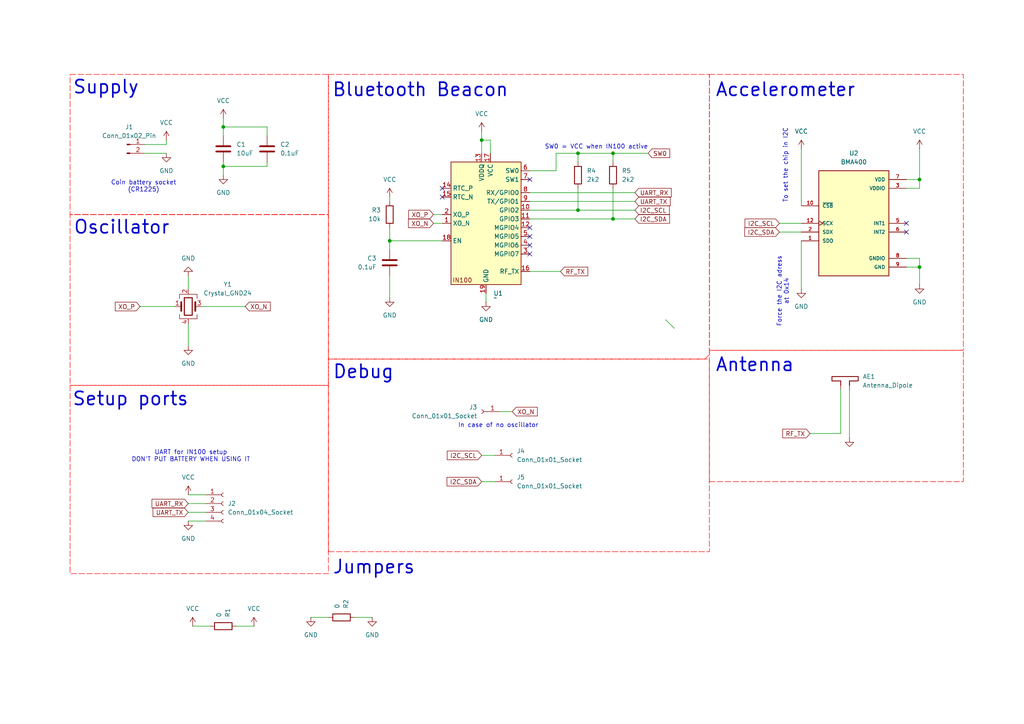
<source format=kicad_sch>
(kicad_sch (version 20250114) (generator "eeschema") (generator_version "9.0")
  (paper "A4")
  (title_block (title "Wearable IN100 with accelerometer") (date "2025-03-04") (rev "0.1.1") (company "EMSE ISMIN - FEL Department"))
  (lib_symbols
    (symbol "BMA400:BMA400" (pin_names (offset 1.016))
      (property "Reference" "U" (at -10.16 16.002 0))
      (property "Value" "BMA400" (at -10.16 -17.78 0))
      (symbol "BMA400_0_0"
        (rectangle (start -10.16 -15.24) (end 10.16 15.24) (stroke (width 0.254)) (fill (type background)))
        (pin input line (at -15.24 5.08 0) (length 5.08) (name "~{CSB}") (number "10"))
        (pin input clock (at -15.24 0 0) (length 5.08) (name "SCX") (number "12"))
        (pin bidirectional line (at -15.24 -2.54 0) (length 5.08) (name "SDX") (number "2"))
        (pin bidirectional line (at -15.24 -5.08 0) (length 5.08) (name "SDO") (number "1"))
        (pin power_in line (at 15.24 12.7 180) (length 5.08) (name "VDD") (number "7"))
        (pin power_in line (at 15.24 10.16 180) (length 5.08) (name "VDDIO") (number "3"))
        (pin bidirectional line (at 15.24 0 180) (length 5.08) (name "INT1") (number "5"))
        (pin bidirectional line (at 15.24 -2.54 180) (length 5.08) (name "INT2") (number "6"))
        (pin power_in line (at 15.24 -10.16 180) (length 5.08) (name "GNDIO") (number "8"))
        (pin power_in line (at 15.24 -12.7 180) (length 5.08) (name "GND") (number "9"))
      )
    )
    (symbol "Connector:Conn_01x01_Socket" (pin_names (offset 1.016) (hide yes))
      (property "Reference" "J" (at 0 2.54 0))
      (property "Value" "Conn_01x01_Socket" (at 0 -2.54 0))
      (symbol "Conn_01x01_Socket_1_1"
        (polyline (pts (xy -1.27 0) (xy -0.508 0)) (stroke (width 0.1524)))
        (arc (start 0 -0.508) (mid -0.5058 0) (end 0 0.508) (stroke (width 0.1524)))
        (pin passive line (at -5.08 0 0) (length 3.81) (name "Pin_1") (number "1"))
      )
    )
    (symbol "Connector:Conn_01x02_Pin" (pin_names (offset 1.016) (hide yes))
      (property "Reference" "J" (at 0 2.54 0))
      (property "Value" "Conn_01x02_Pin" (at 0 -5.08 0))
      (symbol "Conn_01x02_Pin_1_1"
        (rectangle (start 0.8636 0.127) (end 0 -0.127) (stroke (width 0.1524)) (fill (type outline)))
        (rectangle (start 0.8636 -2.413) (end 0 -2.667) (stroke (width 0.1524)) (fill (type outline)))
        (polyline (pts (xy 1.27 0) (xy 0.8636 0)) (stroke (width 0.1524)))
        (polyline (pts (xy 1.27 -2.54) (xy 0.8636 -2.54)) (stroke (width 0.1524)))
        (pin passive line (at 5.08 0 180) (length 3.81) (name "Pin_1") (number "1"))
        (pin passive line (at 5.08 -2.54 180) (length 3.81) (name "Pin_2") (number "2"))
      )
    )
    (symbol "Connector:Conn_01x04_Socket" (pin_names (offset 1.016) (hide yes))
      (property "Reference" "J" (at 0 5.08 0))
      (property "Value" "Conn_01x04_Socket" (at 0 -7.62 0))
      (symbol "Conn_01x04_Socket_1_1"
        (polyline (pts (xy -1.27 2.54) (xy -0.508 2.54)) (stroke (width 0.1524)))
        (polyline (pts (xy -1.27 0) (xy -0.508 0)) (stroke (width 0.1524)))
        (polyline (pts (xy -1.27 -2.54) (xy -0.508 -2.54)) (stroke (width 0.1524)))
        (polyline (pts (xy -1.27 -5.08) (xy -0.508 -5.08)) (stroke (width 0.1524)))
        (arc (start 0 2.032) (mid -0.5058 2.54) (end 0 3.048) (stroke (width 0.1524)))
        (arc (start 0 -0.508) (mid -0.5058 0) (end 0 0.508) (stroke (width 0.1524)))
        (arc (start 0 -3.048) (mid -0.5058 -2.54) (end 0 -2.032) (stroke (width 0.1524)))
        (arc (start 0 -5.588) (mid -0.5058 -5.08) (end 0 -4.572) (stroke (width 0.1524)))
        (pin passive line (at -5.08 2.54 0) (length 3.81) (name "Pin_1") (number "1"))
        (pin passive line (at -5.08 0 0) (length 3.81) (name "Pin_2") (number "2"))
        (pin passive line (at -5.08 -2.54 0) (length 3.81) (name "Pin_3") (number "3"))
        (pin passive line (at -5.08 -5.08 0) (length 3.81) (name "Pin_4") (number "4"))
      )
    )
    (symbol "Device:Antenna_Dipole" (pin_numbers (hide yes)) (pin_names (offset 1.016) (hide yes))
      (property "Reference" "AE" (at 1.27 1.27 0))
      (property "Value" "Antenna_Dipole" (at 1.27 0 0))
      (symbol "Antenna_Dipole_0_1"
        (polyline (pts (xy 2.54 -3.81) (xy 2.54 -2.54) (xy 5.08 -2.54) (xy 5.08 -1.27) (xy -2.54 -1.27) (xy -2.54 -2.54) (xy 0 -2.54) (xy 0 -3.81)) (stroke (width 0.254)))
      )
      (symbol "Antenna_Dipole_1_1"
        (pin input line (at 0 -5.08 90) (length 2.54) (name "~") (number "1"))
        (pin input line (at 2.54 -5.08 90) (length 2.54) (name "~") (number "2"))
      )
    )
    (symbol "Device:C" (pin_numbers (hide yes)) (pin_names (offset 0.254))
      (property "Reference" "C" (at 0.635 2.54 0))
      (property "Value" "C" (at 0.635 -2.54 0))
      (symbol "C_0_1"
        (polyline (pts (xy -2.032 0.762) (xy 2.032 0.762)) (stroke (width 0.508)))
        (polyline (pts (xy -2.032 -0.762) (xy 2.032 -0.762)) (stroke (width 0.508)))
      )
      (symbol "C_1_1"
        (pin passive line (at 0 3.81 270) (length 2.794) (name "~") (number "1"))
        (pin passive line (at 0 -3.81 90) (length 2.794) (name "~") (number "2"))
      )
    )
    (symbol "Device:Crystal_GND24" (pin_names (offset 1.016) (hide yes))
      (property "Reference" "Y" (at 3.175 5.08 0))
      (property "Value" "Crystal_GND24" (at 3.175 3.175 0))
      (symbol "Crystal_GND24_0_1"
        (polyline (pts (xy -2.54 2.286) (xy -2.54 3.556) (xy 2.54 3.556) (xy 2.54 2.286)))
        (polyline (pts (xy -2.54 0) (xy -2.032 0)))
        (polyline (pts (xy -2.54 -2.286) (xy -2.54 -3.556) (xy 2.54 -3.556) (xy 2.54 -2.286)))
        (polyline (pts (xy -2.032 -1.27) (xy -2.032 1.27)) (stroke (width 0.508)))
        (rectangle (start -1.143 2.54) (end 1.143 -2.54) (stroke (width 0.3048)))
        (polyline (pts (xy 0 3.556) (xy 0 3.81)))
        (polyline (pts (xy 0 -3.81) (xy 0 -3.556)))
        (polyline (pts (xy 2.032 0) (xy 2.54 0)))
        (polyline (pts (xy 2.032 -1.27) (xy 2.032 1.27)) (stroke (width 0.508)))
      )
      (symbol "Crystal_GND24_1_1"
        (pin passive line (at -3.81 0 0) (length 1.27) (name "1") (number "1"))
        (pin passive line (at 0 5.08 270) (length 1.27) (name "2") (number "2"))
        (pin passive line (at 0 -5.08 90) (length 1.27) (name "4") (number "4"))
        (pin passive line (at 3.81 0 180) (length 1.27) (name "3") (number "3"))
      )
    )
    (symbol "Device:R" (pin_numbers (hide yes)) (pin_names (offset 0))
      (property "Reference" "R" (at 2.032 0 90))
      (property "Value" "R" (at 0 0 90))
      (symbol "R_0_1"
        (rectangle (start -1.016 -2.54) (end 1.016 2.54) (stroke (width 0.254)))
      )
      (symbol "R_1_1"
        (pin passive line (at 0 3.81 270) (length 1.27) (name "~") (number "1"))
        (pin passive line (at 0 -3.81 90) (length 1.27) (name "~") (number "2"))
      )
    )
    (symbol "IN100_homemade:IN100_homemade"
      (property "Reference" "U" (at 0 0 0))
      (symbol "IN100_homemade_0_1"
        (rectangle (start -10.16 -1.27) (end 10.16 -36.83))
      )
      (symbol "IN100_homemade_1_1"
        (rectangle (start -10.16 -1.27) (end 10.16 -36.83) (fill (type background)))
        (text "IN100" (at -6.858 -35.56 0) (effects (font (size 1.27 1.27))))
        (pin input line (at -12.7 -8.89 0) (length 2.54) (name "RTC_P") (number "14"))
        (pin input line (at -12.7 -11.43 0) (length 2.54) (name "RTC_N") (number "15"))
        (pin input line (at -12.7 -16.51 0) (length 2.54) (name "XO_P") (number "2"))
        (pin input line (at -12.7 -19.05 0) (length 2.54) (name "XO_N") (number "1"))
        (pin input line (at -12.7 -24.13 0) (length 2.54) (name "EN") (number "18"))
        (pin input line (at -1.27 1.27 270) (length 2.54) (name "VDDQ") (number "13"))
        (pin input line (at 0 -39.37 90) (length 2.54) (name "GND") (number "19"))
        (pin input line (at 1.27 1.27 270) (length 2.54) (name "VCC") (number "17"))
        (pin output line (at 12.7 -3.81 180) (length 2.54) (name "SW0") (number "6"))
        (pin output line (at 12.7 -6.35 180) (length 2.54) (name "SW1") (number "7"))
        (pin bidirectional line (at 12.7 -10.16 180) (length 2.54) (name "RX/GPIO0") (number "8"))
        (pin bidirectional line (at 12.7 -12.7 180) (length 2.54) (name "TX/GPIO1") (number "9"))
        (pin bidirectional line (at 12.7 -15.24 180) (length 2.54) (name "GPIO2") (number "10"))
        (pin bidirectional line (at 12.7 -17.78 180) (length 2.54) (name "GPIO3") (number "11"))
        (pin bidirectional line (at 12.7 -20.32 180) (length 2.54) (name "MGPIO4") (number "12"))
        (pin bidirectional line (at 12.7 -22.86 180) (length 2.54) (name "MGPIO5") (number "5"))
        (pin bidirectional line (at 12.7 -25.4 180) (length 2.54) (name "MGPIO6") (number "4"))
        (pin bidirectional line (at 12.7 -27.94 180) (length 2.54) (name "MGPIO7") (number "3"))
        (pin output line (at 12.7 -33.02 180) (length 2.54) (name "RF_TX") (number "16"))
      )
    )
    (symbol "power:GND" (power) (pin_numbers (hide yes)) (pin_names (offset 0) (hide yes))
      (property "Value" "GND" (at 0 -3.81 0))
      (symbol "GND_0_1"
        (polyline (pts (xy 0 0) (xy 0 -1.27) (xy 1.27 -1.27) (xy 0 -2.54) (xy -1.27 -1.27) (xy 0 -1.27)))
      )
      (symbol "GND_1_1"
        (pin power_in line (at 0 0 270) (length 0) (name "~") (number "1"))
      )
    )
    (symbol "power:VCC" (power) (pin_numbers (hide yes)) (pin_names (offset 0) (hide yes))
      (property "Value" "VCC" (at 0 3.556 0))
      (symbol "VCC_0_1"
        (polyline (pts (xy -0.762 1.27) (xy 0 2.54)))
        (polyline (pts (xy 0 2.54) (xy 0.762 1.27)))
        (polyline (pts (xy 0 0) (xy 0 2.54)))
      )
      (symbol "VCC_1_1"
        (pin power_in line (at 0 0 90) (length 0) (name "~") (number "1"))
      )
    )
  )
  (text "Accelerometer\n" (at 227.838 26.162 0) (effects (font (size 3.81 3.81) (thickness 0.4763))))
  (text "In case of no oscillator" (at 144.526 123.444 0) (effects (font (size 1.27 1.27))))
  (text "Debug" (at 105.41 107.95 0) (effects (font (size 3.81 3.81) (thickness 0.4763))))
  (text "Antenna" (at 218.948 105.918 0) (effects (font (size 3.81 3.81) (thickness 0.4763))))
  (text "Supply" (at 30.734 25.4 0) (effects (font (size 3.81 3.81) (thickness 0.4763))))
  (text "Coin battery socket\n(CR1225)\n\n" (at 41.656 55.118 0) (effects (font (size 1.27 1.27))))
  (text "UART for IN100 setup\nDON'T PUT BATTERY WHEN USING IT\n\n" (at 55.372 133.35 0) (effects (font (size 1.27 1.27))))
  (text "Setup ports" (at 37.846 115.824 0) (effects (font (size 3.81 3.81) (thickness 0.4763))))
  (text "Oscillator" (at 35.306 66.04 0) (effects (font (size 3.81 3.81) (thickness 0.4763))))
  (text "Jumpers" (at 108.458 164.592 0) (effects (font (size 3.81 3.81) (thickness 0.4763))))
  (text "To set the chip in I2C\n" (at 227.838 48.006 90) (effects (font (size 1.27 1.27))))
  (text "Bluetooth Beacon\n" (at 121.92 26.162 0) (effects (font (size 3.81 3.81) (thickness 0.4763))))
  (text "SW0 = VCC when IN100 active\n" (at 172.974 42.672 0) (effects (font (size 1.27 1.27))))
  (text "Force the I2C adress\nat 0x14" (at 227.076 84.582 90) (effects (font (size 1.27 1.27))))
  (junction (at 177.8 44.45))
  (junction (at 64.77 36.83))
  (junction (at 167.64 44.45))
  (junction (at 64.77 48.26))
  (junction (at 266.7 77.47))
  (junction (at 139.7 40.64))
  (junction (at 266.7 52.07))
  (junction (at 113.03 69.85))
  (junction (at 177.8 63.5))
  (junction (at 167.64 60.96))
  (no_connect (at 153.67 66.04))
  (no_connect (at 128.27 57.15))
  (no_connect (at 153.67 52.07))
  (no_connect (at 153.67 68.58))
  (no_connect (at 262.89 67.31))
  (no_connect (at 153.67 73.66))
  (no_connect (at 262.89 64.77))
  (no_connect (at 153.67 71.12))
  (no_connect (at 128.27 54.61))
  (bus_entry (at 193.04 92.71) (size 2.54 2.54))
  (wire (pts (xy 90.17 179.07) (xy 95.25 179.07)))
  (wire (pts (xy 64.77 48.26) (xy 77.47 48.26)))
  (wire (pts (xy 266.7 77.47) (xy 262.89 77.47)))
  (wire (pts (xy 41.91 44.45) (xy 48.26 44.45)))
  (wire (pts (xy 266.7 52.07) (xy 262.89 52.07)))
  (wire (pts (xy 167.64 44.45) (xy 167.64 46.99)))
  (wire (pts (xy 177.8 44.45) (xy 177.8 46.99)))
  (wire (pts (xy 266.7 82.55) (xy 266.7 77.47)))
  (wire (pts (xy 246.38 113.03) (xy 246.38 127)))
  (wire (pts (xy 58.42 88.9) (xy 71.12 88.9)))
  (wire (pts (xy 113.03 69.85) (xy 128.27 69.85)))
  (wire (pts (xy 161.29 44.45) (xy 167.64 44.45)))
  (wire (pts (xy 177.8 63.5) (xy 184.15 63.5)))
  (wire (pts (xy 48.26 41.91) (xy 41.91 41.91)))
  (wire (pts (xy 161.29 44.45) (xy 161.29 49.53)))
  (wire (pts (xy 54.61 93.98) (xy 54.61 100.33)))
  (wire (pts (xy 68.58 181.61) (xy 73.66 181.61)))
  (wire (pts (xy 139.7 40.64) (xy 139.7 44.45)))
  (wire (pts (xy 232.41 43.18) (xy 232.41 59.69)))
  (wire (pts (xy 139.7 139.7) (xy 143.51 139.7)))
  (wire (pts (xy 148.59 119.38) (xy 144.78 119.38)))
  (wire (pts (xy 139.7 132.08) (xy 143.51 132.08)))
  (wire (pts (xy 226.06 67.31) (xy 232.41 67.31)))
  (wire (pts (xy 64.77 36.83) (xy 64.77 39.37)))
  (wire (pts (xy 77.47 36.83) (xy 77.47 39.37)))
  (wire (pts (xy 262.89 54.61) (xy 266.7 54.61)))
  (wire (pts (xy 113.03 57.15) (xy 113.03 58.42)))
  (wire (pts (xy 54.61 151.13) (xy 59.69 151.13)))
  (wire (pts (xy 167.64 54.61) (xy 167.64 60.96)))
  (wire (pts (xy 153.67 63.5) (xy 177.8 63.5)))
  (wire (pts (xy 167.64 60.96) (xy 184.15 60.96)))
  (wire (pts (xy 64.77 36.83) (xy 77.47 36.83)))
  (wire (pts (xy 140.97 85.09) (xy 140.97 87.63)))
  (wire (pts (xy 161.29 49.53) (xy 153.67 49.53)))
  (wire (pts (xy 177.8 54.61) (xy 177.8 63.5)))
  (wire (pts (xy 153.67 55.88) (xy 184.15 55.88)))
  (wire (pts (xy 139.7 40.64) (xy 142.24 40.64)))
  (wire (pts (xy 113.03 80.01) (xy 113.03 86.36)))
  (wire (pts (xy 113.03 69.85) (xy 113.03 72.39)))
  (wire (pts (xy 125.73 64.77) (xy 128.27 64.77)))
  (wire (pts (xy 77.47 48.26) (xy 77.47 46.99)))
  (wire (pts (xy 226.06 64.77) (xy 232.41 64.77)))
  (wire (pts (xy 55.88 181.61) (xy 60.96 181.61)))
  (wire (pts (xy 262.89 74.93) (xy 266.7 74.93)))
  (wire (pts (xy 142.24 40.64) (xy 142.24 44.45)))
  (wire (pts (xy 153.67 78.74) (xy 162.56 78.74)))
  (wire (pts (xy 64.77 34.29) (xy 64.77 36.83)))
  (wire (pts (xy 125.73 62.23) (xy 128.27 62.23)))
  (wire (pts (xy 153.67 60.96) (xy 167.64 60.96)))
  (wire (pts (xy 54.61 143.51) (xy 59.69 143.51)))
  (wire (pts (xy 139.7 38.1) (xy 139.7 40.64)))
  (wire (pts (xy 177.8 44.45) (xy 187.96 44.45)))
  (wire (pts (xy 54.61 146.05) (xy 59.69 146.05)))
  (wire (pts (xy 232.41 69.85) (xy 232.41 83.82)))
  (wire (pts (xy 266.7 43.18) (xy 266.7 52.07)))
  (wire (pts (xy 266.7 77.47) (xy 266.7 74.93)))
  (wire (pts (xy 266.7 54.61) (xy 266.7 52.07)))
  (wire (pts (xy 243.84 113.03) (xy 243.84 125.73)))
  (wire (pts (xy 234.95 125.73) (xy 243.84 125.73)))
  (wire (pts (xy 64.77 46.99) (xy 64.77 48.26)))
  (wire (pts (xy 54.61 148.59) (xy 59.69 148.59)))
  (wire (pts (xy 153.67 58.42) (xy 184.15 58.42)))
  (wire (pts (xy 54.61 80.01) (xy 54.61 83.82)))
  (wire (pts (xy 113.03 66.04) (xy 113.03 69.85)))
  (wire (pts (xy 64.77 48.26) (xy 64.77 50.8)))
  (wire (pts (xy 167.64 44.45) (xy 177.8 44.45)))
  (wire (pts (xy 48.26 40.64) (xy 48.26 41.91)))
  (wire (pts (xy 40.64 88.9) (xy 50.8 88.9)))
  (wire (pts (xy 102.87 179.07) (xy 107.95 179.07)))
  (global_label "I2C_SDA" (shape input) (at 184.15 63.5 0) (property "Intersheetrefs" "${INTERSHEET_REFS}" (effects (hide yes))))
  (global_label "XO_P" (shape input) (at 125.73 62.23 180) (property "Intersheetrefs" "${INTERSHEET_REFS}" (effects (hide yes))))
  (global_label "RF_TX" (shape input) (at 234.95 125.73 180) (property "Intersheetrefs" "${INTERSHEET_REFS}" (effects (hide yes))))
  (global_label "XO_P" (shape input) (at 40.64 88.9 180) (property "Intersheetrefs" "${INTERSHEET_REFS}" (effects (hide yes))))
  (global_label "I2C_SDA" (shape input) (at 139.7 139.7 180) (property "Intersheetrefs" "${INTERSHEET_REFS}" (effects (hide yes))))
  (global_label "XO_N" (shape input) (at 125.73 64.77 180) (property "Intersheetrefs" "${INTERSHEET_REFS}" (effects (hide yes))))
  (global_label "UART_RX" (shape input) (at 184.15 55.88 0) (property "Intersheetrefs" "${INTERSHEET_REFS}" (effects (hide yes))))
  (global_label "SW0" (shape input) (at 187.96 44.45 0) (property "Intersheetrefs" "${INTERSHEET_REFS}" (effects (hide yes))))
  (global_label "UART_TX" (shape input) (at 54.61 148.59 180) (property "Intersheetrefs" "${INTERSHEET_REFS}" (effects (hide yes))))
  (global_label "XO_N" (shape input) (at 71.12 88.9 0) (property "Intersheetrefs" "${INTERSHEET_REFS}" (effects (hide yes))))
  (global_label "XO_N" (shape input) (at 148.59 119.38 0) (property "Intersheetrefs" "${INTERSHEET_REFS}" (effects (hide yes))))
  (global_label "RF_TX" (shape input) (at 162.56 78.74 0) (property "Intersheetrefs" "${INTERSHEET_REFS}" (effects (hide yes))))
  (global_label "I2C_SDA" (shape input) (at 226.06 67.31 180) (property "Intersheetrefs" "${INTERSHEET_REFS}" (effects (hide yes))))
  (global_label "UART_TX" (shape input) (at 184.15 58.42 0) (property "Intersheetrefs" "${INTERSHEET_REFS}" (effects (hide yes))))
  (global_label "I2C_SCL" (shape input) (at 139.7 132.08 180) (property "Intersheetrefs" "${INTERSHEET_REFS}" (effects (hide yes))))
  (global_label "I2C_SCL" (shape input) (at 226.06 64.77 180) (property "Intersheetrefs" "${INTERSHEET_REFS}" (effects (hide yes))))
  (global_label "I2C_SCL" (shape input) (at 184.15 60.96 0) (property "Intersheetrefs" "${INTERSHEET_REFS}" (effects (hide yes))))
  (global_label "UART_RX" (shape input) (at 54.61 146.05 180) (property "Intersheetrefs" "${INTERSHEET_REFS}" (effects (hide yes))))
  (rule_area (polyline (pts (xy 20.32 21.59) (xy 95.25 21.59) (xy 95.25 62.23) (xy 20.32 62.23)) (stroke (width 0) (type dash))))
  (rule_area (polyline (pts (xy 95.25 21.59) (xy 205.74 21.59) (xy 205.74 102.87) (xy 204.47 104.14) (xy 95.25 104.14)) (stroke (width 0) (type dash))))
  (rule_area (polyline (pts (xy 95.25 160.02) (xy 205.74 160.02) (xy 205.74 104.14) (xy 95.25 104.14)) (stroke (width 0) (type dash))))
  (rule_area (polyline (pts (xy 205.74 21.59) (xy 279.4 21.59) (xy 279.4 101.6) (xy 205.74 101.6)) (stroke (width 0) (type dash))))
  (rule_area (polyline (pts (xy 205.74 139.7) (xy 279.4 139.7) (xy 279.4 101.6) (xy 205.74 101.6)) (stroke (width 0) (type dash))))
  (rule_area (polyline (pts (xy 95.25 111.76) (xy 20.32 111.76) (xy 20.32 62.23) (xy 95.25 62.23)) (stroke (width 0) (type dash))))
  (rule_area (polyline (pts (xy 20.32 111.76) (xy 20.32 166.37) (xy 95.25 166.37) (xy 95.25 111.76)) (stroke (width 0) (type dash))))
  (symbol (lib_id "power:GND") (at 64.77 50.8 0) (unit 1)
    (property "Reference" "#PWR09" (effects (hide yes)))
    (property "Value" "GND" (at 64.77 55.88 0))
    (property "Description" "Power symbol creates a global label with name \"GND\" , ground" (effects (hide yes)))
  )
  (symbol (lib_id "power:GND") (at 113.03 86.36 0) (unit 1)
    (property "Reference" "#PWR014" (effects (hide yes)))
    (property "Value" "GND" (at 113.03 91.44 0))
    (property "Description" "Power symbol creates a global label with name \"GND\" , ground" (effects (hide yes)))
  )
  (symbol (lib_id "power:GND") (at 54.61 80.01 180) (unit 1)
    (property "Reference" "#PWR03" (effects (hide yes)))
    (property "Value" "GND" (at 54.61 74.93 0))
    (property "Description" "Power symbol creates a global label with name \"GND\" , ground" (effects (hide yes)))
  )
  (symbol (lib_id "Device:C") (at 77.47 43.18 0) (unit 1)
    (property "Reference" "C2" (at 81.28 41.9099 0) (effects (justify left)))
    (property "Value" "0.1uF" (at 81.28 44.4499 0) (effects (justify left)))
    (property "Footprint" "Capacitor_SMD:C_1206_3216Metric_Pad1.33x1.80mm_HandSolder" (effects (hide yes)))
    (property "Description" "Unpolarized capacitor" (effects (hide yes)))
  )
  (symbol (lib_id "Device:R") (at 64.77 181.61 270) (mirror x) (unit 1)
    (property "Reference" "R1" (at 66.0401 179.07 0) (effects (justify left)))
    (property "Value" "0" (at 63.5001 179.07 0) (effects (justify left)))
    (property "Footprint" "Resistor_SMD:R_1206_3216Metric" (effects (hide yes)))
    (property "Description" "Resistor" (effects (hide yes)))
  )
  (symbol (lib_id "Device:R") (at 99.06 179.07 270) (mirror x) (unit 1)
    (property "Reference" "R2" (at 100.3301 176.53 0) (effects (justify left)))
    (property "Value" "0" (at 97.7901 176.53 0) (effects (justify left)))
    (property "Footprint" "Resistor_SMD:R_1206_3216Metric" (effects (hide yes)))
    (property "Description" "Resistor" (effects (hide yes)))
  )
  (symbol (lib_id "Device:R") (at 177.8 50.8 0) (unit 1)
    (property "Reference" "R5" (at 180.34 49.5299 0) (effects (justify left)))
    (property "Value" "2k2" (at 180.34 52.0699 0) (effects (justify left)))
    (property "Footprint" "Resistor_SMD:R_1206_3216Metric" (effects (hide yes)))
    (property "Description" "Resistor" (effects (hide yes)))
  )
  (symbol (lib_id "Connector:Conn_01x01_Socket") (at 148.59 132.08 0) (unit 1)
    (property "Reference" "J4" (at 149.86 130.8099 0) (effects (justify left)))
    (property "Value" "Conn_01x01_Socket" (at 149.86 133.3499 0) (effects (justify left)))
    (property "Footprint" "TestPoint:TestPoint_Loop_D2.54mm_Drill1.5mm_Beaded" (effects (hide yes)))
    (property "Description" "Generic connector, single row, 01x01, script generated" (effects (hide yes)))
  )
  (symbol (lib_id "power:GND") (at 232.41 83.82 0) (unit 1)
    (property "Reference" "#PWR018" (effects (hide yes)))
    (property "Value" "GND" (at 232.41 88.9 0))
    (property "Description" "Power symbol creates a global label with name \"GND\" , ground" (effects (hide yes)))
  )
  (symbol (lib_id "power:GND") (at 107.95 179.07 0) (unit 1)
    (property "Reference" "#PWR012" (effects (hide yes)))
    (property "Value" "GND" (at 107.95 184.15 0))
    (property "Description" "Power symbol creates a global label with name \"GND\" , ground" (effects (hide yes)))
  )
  (symbol (lib_id "power:GND") (at 140.97 87.63 0) (unit 1)
    (property "Reference" "#PWR016" (effects (hide yes)))
    (property "Value" "GND" (at 140.97 92.71 0))
    (property "Description" "Power symbol creates a global label with name \"GND\" , ground" (effects (hide yes)))
  )
  (symbol (lib_id "Device:R") (at 113.03 62.23 0) (mirror y) (unit 1)
    (property "Reference" "R3" (at 110.49 60.9599 0) (effects (justify left)))
    (property "Value" "10k" (at 110.49 63.4999 0) (effects (justify left)))
    (property "Footprint" "Resistor_SMD:R_1206_3216Metric" (effects (hide yes)))
    (property "Description" "Resistor" (effects (hide yes)))
  )
  (symbol (lib_id "Connector:Conn_01x01_Socket") (at 148.59 139.7 0) (unit 1)
    (property "Reference" "J5" (at 149.86 138.4299 0) (effects (justify left)))
    (property "Value" "Conn_01x01_Socket" (at 149.86 140.9699 0) (effects (justify left)))
    (property "Footprint" "TestPoint:TestPoint_Loop_D2.54mm_Drill1.5mm_Beaded" (effects (hide yes)))
    (property "Description" "Generic connector, single row, 01x01, script generated" (effects (hide yes)))
  )
  (symbol (lib_id "power:GND") (at 54.61 151.13 0) (unit 1)
    (property "Reference" "#PWR06" (effects (hide yes)))
    (property "Value" "GND" (at 54.61 156.21 0))
    (property "Description" "Power symbol creates a global label with name \"GND\" , ground" (effects (hide yes)))
  )
  (symbol (lib_id "power:VCC") (at 55.88 181.61 0) (unit 1)
    (property "Reference" "#PWR07" (effects (hide yes)))
    (property "Value" "VCC" (at 55.88 176.53 0))
    (property "Description" "Power symbol creates a global label with name \"VCC\"" (effects (hide yes)))
  )
  (symbol (lib_id "power:VCC") (at 48.26 40.64 0) (unit 1)
    (property "Reference" "#PWR01" (effects (hide yes)))
    (property "Value" "VCC" (at 48.26 35.56 0))
    (property "Description" "Power symbol creates a global label with name \"VCC\"" (effects (hide yes)))
  )
  (symbol (lib_id "power:GND") (at 48.26 44.45 0) (unit 1)
    (property "Reference" "#PWR02" (effects (hide yes)))
    (property "Value" "GND" (at 48.26 49.53 0))
    (property "Description" "Power symbol creates a global label with name \"GND\" , ground" (effects (hide yes)))
  )
  (symbol (lib_id "power:VCC") (at 232.41 43.18 0) (unit 1)
    (property "Reference" "#PWR017" (effects (hide yes)))
    (property "Value" "VCC" (at 232.41 38.1 0))
    (property "Description" "Power symbol creates a global label with name \"VCC\"" (effects (hide yes)))
  )
  (symbol (lib_id "power:VCC") (at 266.7 43.18 0) (unit 1)
    (property "Reference" "#PWR020" (effects (hide yes)))
    (property "Value" "VCC" (at 266.7 38.1 0))
    (property "Description" "Power symbol creates a global label with name \"VCC\"" (effects (hide yes)))
  )
  (symbol (lib_id "Device:R") (at 167.64 50.8 0) (unit 1)
    (property "Reference" "R4" (at 170.18 49.5299 0) (effects (justify left)))
    (property "Value" "2k2" (at 170.18 52.0699 0) (effects (justify left)))
    (property "Footprint" "Resistor_SMD:R_1206_3216Metric" (effects (hide yes)))
    (property "Description" "Resistor" (effects (hide yes)))
  )
  (symbol (lib_id "Device:C") (at 113.03 76.2 0) (mirror y) (unit 1)
    (property "Reference" "C3" (at 109.22 74.9299 0) (effects (justify left)))
    (property "Value" "0.1uF" (at 109.22 77.4699 0) (effects (justify left)))
    (property "Footprint" "Capacitor_SMD:C_1206_3216Metric_Pad1.33x1.80mm_HandSolder" (effects (hide yes)))
    (property "Description" "Unpolarized capacitor" (effects (hide yes)))
  )
  (symbol (lib_id "power:VCC") (at 113.03 57.15 0) (unit 1)
    (property "Reference" "#PWR013" (effects (hide yes)))
    (property "Value" "VCC" (at 113.03 52.07 0))
    (property "Description" "Power symbol creates a global label with name \"VCC\"" (effects (hide yes)))
  )
  (symbol (lib_id "power:VCC") (at 54.61 143.51 0) (unit 1)
    (property "Reference" "#PWR05" (effects (hide yes)))
    (property "Value" "VCC" (at 54.61 138.43 0))
    (property "Description" "Power symbol creates a global label with name \"VCC\"" (effects (hide yes)))
  )
  (symbol (lib_id "power:GND") (at 246.38 127 0) (unit 1)
    (property "Reference" "#PWR019" (effects (hide yes)))
    (property "Value" "GND" (effects (hide yes)))
    (property "Description" "Power symbol creates a global label with name \"GND\" , ground" (effects (hide yes)))
  )
  (symbol (lib_id "power:GND") (at 90.17 179.07 0) (unit 1)
    (property "Reference" "#PWR011" (effects (hide yes)))
    (property "Value" "GND" (at 90.17 184.15 0))
    (property "Description" "Power symbol creates a global label with name \"GND\" , ground" (effects (hide yes)))
  )
  (symbol (lib_id "Device:Crystal_GND24") (at 54.61 88.9 0) (unit 1)
    (property "Reference" "Y1" (at 66.04 82.4798 0))
    (property "Value" "Crystal_GND24" (at 66.04 85.0198 0))
    (property "Footprint" "Crystal:Crystal_SMD_2016-4Pin_2.0x1.6mm" (effects (hide yes)))
    (property "Description" "Four pin crystal, GND on pins 2 and 4" (effects (hide yes)))
  )
  (symbol (lib_id "Connector:Conn_01x02_Pin") (at 36.83 41.91 0) (unit 1)
    (property "Reference" "J1" (at 37.465 36.83 0))
    (property "Value" "Conn_01x02_Pin" (at 37.465 39.37 0))
    (property "Footprint" "Connector_PinSocket_2.54mm:PinSocket_1x02_P2.54mm_Vertical" (effects (hide yes)))
    (property "Description" "Generic connector, single row, 01x02, script generated" (effects (hide yes)))
  )
  (symbol (lib_id "power:VCC") (at 64.77 34.29 0) (unit 1)
    (property "Reference" "#PWR08" (effects (hide yes)))
    (property "Value" "VCC" (at 64.77 29.21 0))
    (property "Description" "Power symbol creates a global label with name \"VCC\"" (effects (hide yes)))
  )
  (symbol (lib_id "Device:C") (at 64.77 43.18 0) (unit 1)
    (property "Reference" "C1" (at 68.58 41.9099 0) (effects (justify left)))
    (property "Value" "10uF" (at 68.58 44.4499 0) (effects (justify left)))
    (property "Footprint" "Capacitor_SMD:C_1206_3216Metric_Pad1.33x1.80mm_HandSolder" (effects (hide yes)))
    (property "Description" "Unpolarized capacitor" (effects (hide yes)))
  )
  (symbol (lib_id "Connector:Conn_01x04_Socket") (at 64.77 146.05 0) (unit 1)
    (property "Reference" "J2" (at 66.04 146.0499 0) (effects (justify left)))
    (property "Value" "Conn_01x04_Socket" (at 66.04 148.5899 0) (effects (justify left)))
    (property "Footprint" "Connector_PinSocket_2.54mm:PinSocket_1x04_P2.54mm_Vertical" (effects (hide yes)))
    (property "Description" "Generic connector, single row, 01x04, script generated" (effects (hide yes)))
  )
  (symbol (lib_id "Device:Antenna_Dipole") (at 243.84 107.95 0) (unit 1)
    (property "Reference" "AE1" (at 250.19 109.2199 0) (effects (justify left)))
    (property "Value" "Antenna_Dipole" (at 250.19 111.7599 0) (effects (justify left)))
    (property "Footprint" "RF_Antenna:Texas_SWRA117D_2.4GHz_Left" (effects (hide yes)))
    (property "Description" "Dipole antenna" (effects (hide yes)))
  )
  (symbol (lib_id "power:GND") (at 54.61 100.33 0) (unit 1)
    (property "Reference" "#PWR04" (effects (hide yes)))
    (property "Value" "GND" (at 54.61 105.41 0))
    (property "Description" "Power symbol creates a global label with name \"GND\" , ground" (effects (hide yes)))
  )
  (symbol (lib_id "power:VCC") (at 73.66 181.61 0) (mirror y) (unit 1)
    (property "Reference" "#PWR010" (effects (hide yes)))
    (property "Value" "VCC" (at 73.66 176.53 0))
    (property "Description" "Power symbol creates a global label with name \"VCC\"" (effects (hide yes)))
  )
  (symbol (lib_id "power:VCC") (at 139.7 38.1 0) (unit 1)
    (property "Reference" "#PWR015" (effects (hide yes)))
    (property "Value" "VCC" (at 139.7 33.02 0))
    (property "Description" "Power symbol creates a global label with name \"VCC\"" (effects (hide yes)))
  )
  (symbol (lib_id "Connector:Conn_01x01_Socket") (at 139.7 119.38 0) (mirror y) (unit 1)
    (property "Reference" "J3" (at 138.43 118.1099 0) (effects (justify left)))
    (property "Value" "Conn_01x01_Socket" (at 138.43 120.6499 0) (effects (justify left)))
    (property "Footprint" "TestPoint:TestPoint_Loop_D2.54mm_Drill1.5mm_Beaded" (effects (hide yes)))
    (property "Description" "Generic connector, single row, 01x01, script generated" (effects (hide yes)))
  )
  (symbol (lib_id "BMA400:BMA400") (at 247.65 64.77 0) (unit 1)
    (property "Reference" "U2" (at 247.65 44.45 0))
    (property "Value" "BMA400" (at 247.65 46.99 0))
    (property "Footprint" "BMA400:XDCR_BMA400" (effects (hide yes)))
    (property "DigiKey_Part_Number" "828-1081-2-ND" (effects (hide yes)))
    (property "MF" "Bosch Sensortec" (effects (hide yes)))
    (property "DESCRIPTION" "Accelerometer X, Y, Z Axis ±2g, 4g, 8g, 16g 12-LGA _2x2_" (effects (hide yes)))
    (property "PACKAGE" "LGA-12 Bosch Tools" (effects (hide yes)))
    (property "PRICE" "None" (effects (hide yes)))
    (property "Package" "LGA-12 Bosch Tools" (effects (hide yes)))
    (property "Check_prices" "https://www.snapeda.com/parts/BMA400/Bosch/view-part/?ref=eda" (effects (hide yes)))
    (property "SnapEDA_Link" "https://www.snapeda.com/parts/BMA400/Bosch/view-part/?ref=snap" (effects (hide yes)))
    (property "MP" "BMA400" (effects (hide yes)))
    (property "AVAILABILITY" "Unavailable" (effects (hide yes)))
    (property "Description_1" "Accelerometer X, Y, Z Axis ±2g, 4g, 8g, 16g - 12-LGA (2x2)" (effects (hide yes)))
  )
  (symbol (lib_id "power:GND") (at 266.7 82.55 0) (unit 1)
    (property "Reference" "#PWR021" (effects (hide yes)))
    (property "Value" "GND" (at 266.7 87.63 0))
    (property "Description" "Power symbol creates a global label with name \"GND\" , ground" (effects (hide yes)))
  )
  (symbol (lib_id "IN100_homemade:IN100_homemade") (at 140.97 45.72 0) (unit 1)
    (property "Reference" "U1" (at 143.1133 85.09 0) (effects (justify left)))
    (property "Value" "~" (at 143.1133 86.36 0) (effects (justify left)))
    (property "Footprint" "IN100:QFN19P40_300X300X80L35X20T170X150N" (effects (hide yes)))
  )
)
</source>
